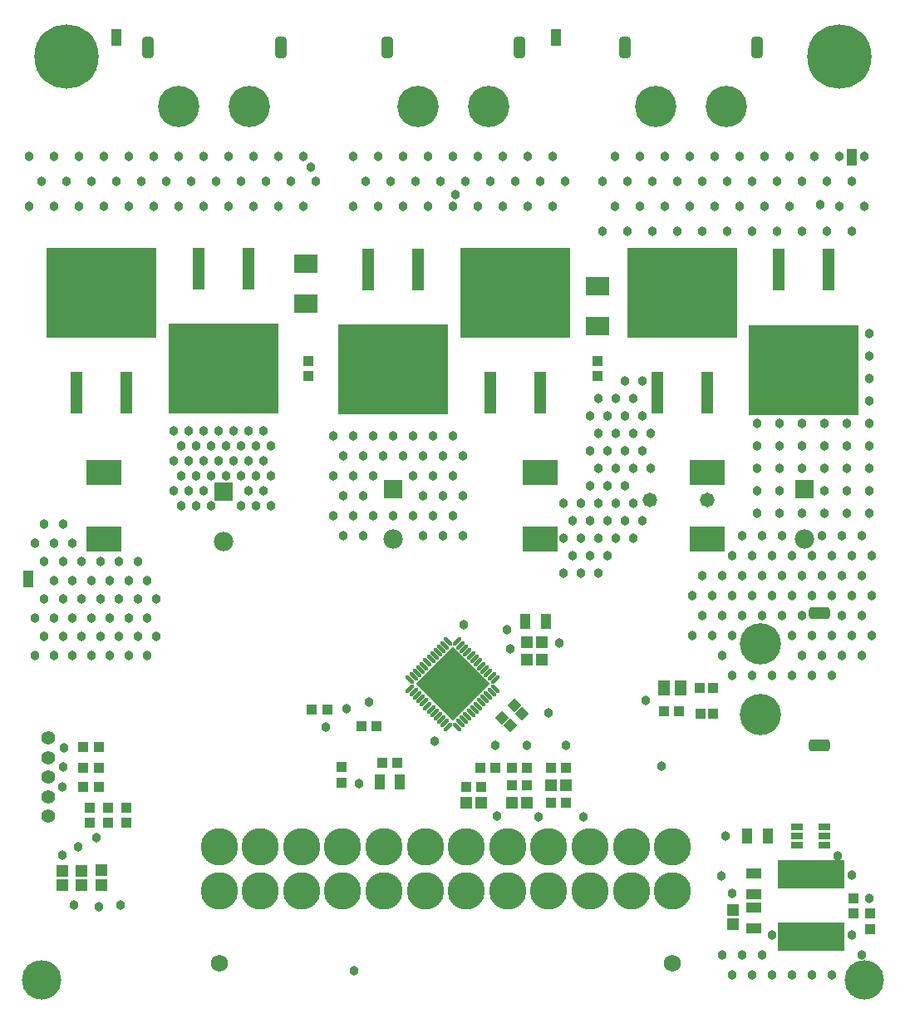
<source format=gbr>
%TF.GenerationSoftware,Altium Limited,Altium Designer,19.0.10 (269)*%
G04 Layer_Color=8388736*
%FSLAX26Y26*%
%MOIN*%
%TF.FileFunction,Soldermask,Top*%
%TF.Part,Single*%
G01*
G75*
%TA.AperFunction,ComponentPad*%
%ADD63C,0.055244*%
%TA.AperFunction,ViaPad*%
%ADD64C,0.158000*%
%ADD65C,0.258000*%
%TA.AperFunction,ComponentPad*%
G04:AMPARAMS|DCode=66|XSize=47.37mil|YSize=86.74mil|CornerRadius=13.842mil|HoleSize=0mil|Usage=FLASHONLY|Rotation=0.000|XOffset=0mil|YOffset=0mil|HoleType=Round|Shape=RoundedRectangle|*
%AMROUNDEDRECTD66*
21,1,0.047370,0.059055,0,0,0.0*
21,1,0.019685,0.086740,0,0,0.0*
1,1,0.027685,0.009843,-0.029528*
1,1,0.027685,-0.009843,-0.029528*
1,1,0.027685,-0.009843,0.029528*
1,1,0.027685,0.009843,0.029528*
%
%ADD66ROUNDEDRECTD66*%
%ADD67C,0.165480*%
%ADD68C,0.078000*%
%ADD69R,0.078000X0.078000*%
G04:AMPARAMS|DCode=70|XSize=47.37mil|YSize=86.74mil|CornerRadius=13.842mil|HoleSize=0mil|Usage=FLASHONLY|Rotation=270.000|XOffset=0mil|YOffset=0mil|HoleType=Round|Shape=RoundedRectangle|*
%AMROUNDEDRECTD70*
21,1,0.047370,0.059055,0,0,270.0*
21,1,0.019685,0.086740,0,0,270.0*
1,1,0.027685,-0.029528,-0.009843*
1,1,0.027685,-0.029528,0.009843*
1,1,0.027685,0.029528,0.009843*
1,1,0.027685,0.029528,-0.009843*
%
%ADD70ROUNDEDRECTD70*%
%ADD71C,0.149732*%
%ADD72C,0.068000*%
%TA.AperFunction,ViaPad*%
%ADD73C,0.038000*%
%ADD74C,0.027685*%
%ADD75C,0.058000*%
%TA.AperFunction,SMDPad,CuDef*%
G04:AMPARAMS|DCode=80|XSize=41.465mil|YSize=39.496mil|CornerRadius=0mil|HoleSize=0mil|Usage=FLASHONLY|Rotation=225.000|XOffset=0mil|YOffset=0mil|HoleType=Round|Shape=Rectangle|*
%AMROTATEDRECTD80*
4,1,4,0.000696,0.028624,0.028624,0.000696,-0.000696,-0.028624,-0.028624,-0.000696,0.000696,0.028624,0.0*
%
%ADD80ROTATEDRECTD80*%

%ADD81R,0.093000X0.078000*%
%ADD82R,0.041465X0.043433*%
%ADD83R,0.039496X0.070992*%
%ADD84R,0.443039X0.358394*%
%ADD85R,0.049339X0.165480*%
%ADD86R,0.043433X0.041465*%
%ADD87R,0.143827X0.100520*%
%ADD88R,0.268630X0.115087*%
%ADD89R,0.047370X0.031622*%
%ADD90R,0.039496X0.063118*%
%ADD91R,0.063118X0.039496*%
%ADD92R,0.047370X0.047370*%
%ADD93R,0.039496X0.041465*%
%ADD94R,0.049339X0.061150*%
%ADD95R,0.047370X0.047370*%
%ADD96P,0.298054X4X270.0*%
G04:AMPARAMS|DCode=97|XSize=17.843mil|YSize=45.402mil|CornerRadius=0mil|HoleSize=0mil|Usage=FLASHONLY|Rotation=225.000|XOffset=0mil|YOffset=0mil|HoleType=Round|Shape=Round|*
%AMOVALD97*
21,1,0.027559,0.017843,0.000000,0.000000,315.0*
1,1,0.017843,-0.009744,0.009744*
1,1,0.017843,0.009744,-0.009744*
%
%ADD97OVALD97*%

G04:AMPARAMS|DCode=98|XSize=17.843mil|YSize=45.402mil|CornerRadius=0mil|HoleSize=0mil|Usage=FLASHONLY|Rotation=315.000|XOffset=0mil|YOffset=0mil|HoleType=Round|Shape=Round|*
%AMOVALD98*
21,1,0.027559,0.017843,0.000000,0.000000,45.0*
1,1,0.017843,-0.009744,-0.009744*
1,1,0.017843,0.009744,0.009744*
%
%ADD98OVALD98*%

D63*
X-1622000Y-1008740D02*
D03*
Y-930000D02*
D03*
Y-1087480D02*
D03*
Y-1166220D02*
D03*
Y-1244961D02*
D03*
D64*
X1650000Y-1900000D02*
D03*
X-1650000D02*
D03*
D65*
X1550000Y1800000D02*
D03*
X-1550000D02*
D03*
D66*
X-690252Y1836220D02*
D03*
X-1221748D02*
D03*
X268248D02*
D03*
X-263248D02*
D03*
X1221748D02*
D03*
X690252D02*
D03*
D67*
X-814268Y1600000D02*
D03*
X-1097732D02*
D03*
X144232D02*
D03*
X-139232D02*
D03*
X1097732D02*
D03*
X814268D02*
D03*
X1233780Y-837480D02*
D03*
Y-554016D02*
D03*
D68*
X-920000Y-141851D02*
D03*
X-240000Y-131851D02*
D03*
X1410000D02*
D03*
D69*
X-920000Y55000D02*
D03*
X-240000Y65000D02*
D03*
X1410000D02*
D03*
D70*
X1470000Y-961496D02*
D03*
Y-430000D02*
D03*
D71*
X882189Y-1545000D02*
D03*
Y-1367835D02*
D03*
X-440646D02*
D03*
Y-1545000D02*
D03*
X-275291Y-1367835D02*
D03*
Y-1545000D02*
D03*
X-109937Y-1367835D02*
D03*
Y-1545000D02*
D03*
X55417Y-1367835D02*
D03*
Y-1545000D02*
D03*
X220772Y-1367835D02*
D03*
Y-1545000D02*
D03*
X386126Y-1367835D02*
D03*
Y-1545000D02*
D03*
X551480Y-1367835D02*
D03*
Y-1545000D02*
D03*
X716835Y-1367835D02*
D03*
Y-1545000D02*
D03*
X-606000Y-1367835D02*
D03*
Y-1545000D02*
D03*
X-771354D02*
D03*
Y-1367835D02*
D03*
X-936709Y-1545000D02*
D03*
Y-1367835D02*
D03*
D72*
Y-1832402D02*
D03*
X882189D02*
D03*
D73*
X386126Y-829000D02*
D03*
X-760000Y300000D02*
D03*
X-730000Y240000D02*
D03*
X-760000Y180000D02*
D03*
X-730000Y120000D02*
D03*
X-760000Y60000D02*
D03*
X-730000Y0D02*
D03*
X-820000Y300000D02*
D03*
X-790000Y240000D02*
D03*
X-820000Y180000D02*
D03*
X-790000Y120000D02*
D03*
X-820000Y60000D02*
D03*
X-790000Y0D02*
D03*
X-880000Y300000D02*
D03*
X-850000Y240000D02*
D03*
X-880000Y180000D02*
D03*
X-850000Y120000D02*
D03*
Y0D02*
D03*
X-940000Y300000D02*
D03*
X-910000Y240000D02*
D03*
X-940000Y180000D02*
D03*
X-910000Y120000D02*
D03*
X-1000000Y300000D02*
D03*
X-970000Y240000D02*
D03*
X-1000000Y180000D02*
D03*
X-970000Y120000D02*
D03*
X-1000000Y60000D02*
D03*
X-970000Y0D02*
D03*
X-1060000Y300000D02*
D03*
X-1030000Y240000D02*
D03*
X-1060000Y180000D02*
D03*
X-1030000Y120000D02*
D03*
X-1060000Y60000D02*
D03*
X-1030000Y0D02*
D03*
X-1120000Y300000D02*
D03*
X-1090000Y240000D02*
D03*
X-1120000Y180000D02*
D03*
X-1090000Y120000D02*
D03*
X-1120000Y60000D02*
D03*
X-1090000Y0D02*
D03*
X-1225000Y-300000D02*
D03*
X-1187500Y-375000D02*
D03*
X-1225000Y-450000D02*
D03*
X-1187500Y-525000D02*
D03*
X-1225000Y-600000D02*
D03*
X-1262500Y-225000D02*
D03*
X-1300000Y-300000D02*
D03*
X-1262500Y-375000D02*
D03*
X-1300000Y-450000D02*
D03*
X-1262500Y-525000D02*
D03*
X-1300000Y-600000D02*
D03*
X-1337500Y-225000D02*
D03*
X-1375000Y-300000D02*
D03*
X-1337500Y-375000D02*
D03*
X-1375000Y-450000D02*
D03*
X-1337500Y-525000D02*
D03*
X-1375000Y-600000D02*
D03*
X-1412500Y-225000D02*
D03*
X-1450000Y-300000D02*
D03*
X-1412500Y-375000D02*
D03*
X-1450000Y-450000D02*
D03*
X-1412500Y-525000D02*
D03*
X-1450000Y-600000D02*
D03*
X-1525000Y-150000D02*
D03*
X-1487500Y-225000D02*
D03*
X-1525000Y-300000D02*
D03*
X-1487500Y-375000D02*
D03*
X-1525000Y-450000D02*
D03*
X-1487500Y-525000D02*
D03*
X-1525000Y-600000D02*
D03*
X-1562500Y-75000D02*
D03*
X-1600000Y-150000D02*
D03*
X-1562500Y-225000D02*
D03*
X-1600000Y-300000D02*
D03*
X-1562500Y-375000D02*
D03*
X-1600000Y-450000D02*
D03*
X-1562500Y-525000D02*
D03*
X-1600000Y-600000D02*
D03*
X-1637500Y-75000D02*
D03*
X-1675000Y-150000D02*
D03*
X-1637500Y-225000D02*
D03*
Y-375000D02*
D03*
X-1675000Y-450000D02*
D03*
X-1637500Y-525000D02*
D03*
X-1675000Y-600000D02*
D03*
X1600000Y-1720000D02*
D03*
X1640000Y-1800000D02*
D03*
X1520000Y-1880000D02*
D03*
X1440000D02*
D03*
X1360000D02*
D03*
X1280000Y-1720000D02*
D03*
Y-1880000D02*
D03*
X1240000Y-1800000D02*
D03*
X1200000Y-1880000D02*
D03*
X1160000Y-1800000D02*
D03*
X1120000Y-1880000D02*
D03*
X1080000Y-1800000D02*
D03*
X1680000Y-200000D02*
D03*
Y-360000D02*
D03*
Y-520000D02*
D03*
X1640000Y-120000D02*
D03*
X1600000Y-200000D02*
D03*
X1640000Y-280000D02*
D03*
X1600000Y-360000D02*
D03*
X1640000Y-440000D02*
D03*
X1600000Y-520000D02*
D03*
X1640000Y-600000D02*
D03*
X1560000Y-120000D02*
D03*
X1520000Y-200000D02*
D03*
X1560000Y-280000D02*
D03*
X1520000Y-360000D02*
D03*
X1560000Y-440000D02*
D03*
X1520000Y-520000D02*
D03*
X1560000Y-600000D02*
D03*
X1520000Y-680000D02*
D03*
X1480000Y-120000D02*
D03*
X1440000Y-200000D02*
D03*
X1480000Y-280000D02*
D03*
X1440000Y-360000D02*
D03*
Y-520000D02*
D03*
X1480000Y-600000D02*
D03*
X1440000Y-680000D02*
D03*
X1360000Y-200000D02*
D03*
X1400000Y-280000D02*
D03*
X1360000Y-360000D02*
D03*
X1400000Y-440000D02*
D03*
X1360000Y-520000D02*
D03*
X1400000Y-600000D02*
D03*
X1360000Y-680000D02*
D03*
X1320000Y-120000D02*
D03*
X1280000Y-200000D02*
D03*
X1320000Y-280000D02*
D03*
X1280000Y-360000D02*
D03*
X1320000Y-440000D02*
D03*
X1280000Y-680000D02*
D03*
X1240000Y-120000D02*
D03*
X1200000Y-200000D02*
D03*
X1240000Y-280000D02*
D03*
X1200000Y-360000D02*
D03*
X1240000Y-440000D02*
D03*
X1200000Y-680000D02*
D03*
X1160000Y-120000D02*
D03*
X1120000Y-200000D02*
D03*
X1160000Y-280000D02*
D03*
X1120000Y-360000D02*
D03*
X1160000Y-440000D02*
D03*
X1120000Y-520000D02*
D03*
Y-680000D02*
D03*
X1080000Y-280000D02*
D03*
X1040000Y-360000D02*
D03*
X1080000Y-440000D02*
D03*
X1040000Y-520000D02*
D03*
X1080000Y-600000D02*
D03*
X1000000Y-280000D02*
D03*
X960000Y-360000D02*
D03*
X1000000Y-440000D02*
D03*
X960000Y-520000D02*
D03*
X760000Y500000D02*
D03*
Y360000D02*
D03*
X795000Y290000D02*
D03*
X760000Y220000D02*
D03*
X795000Y150000D02*
D03*
X760000Y-60000D02*
D03*
X690000Y500000D02*
D03*
X725000Y430000D02*
D03*
X690000Y360000D02*
D03*
X725000Y290000D02*
D03*
X690000Y220000D02*
D03*
X725000Y150000D02*
D03*
X690000Y80000D02*
D03*
X725000Y10000D02*
D03*
X690000Y-60000D02*
D03*
X725000Y-130000D02*
D03*
X655000Y430000D02*
D03*
X620000Y360000D02*
D03*
X655000Y290000D02*
D03*
X620000Y220000D02*
D03*
X655000Y150000D02*
D03*
X620000Y80000D02*
D03*
X655000Y10000D02*
D03*
X620000Y-60000D02*
D03*
X655000Y-130000D02*
D03*
X620000Y-200000D02*
D03*
X585000Y430000D02*
D03*
X550000Y360000D02*
D03*
X585000Y290000D02*
D03*
X550000Y220000D02*
D03*
X585000Y150000D02*
D03*
X550000Y80000D02*
D03*
X585000Y10000D02*
D03*
X550000Y-60000D02*
D03*
X585000Y-130000D02*
D03*
X550000Y-200000D02*
D03*
X585000Y-270000D02*
D03*
X515000Y10000D02*
D03*
X480000Y-60000D02*
D03*
X515000Y-130000D02*
D03*
X480000Y-200000D02*
D03*
X515000Y-270000D02*
D03*
X445000Y10000D02*
D03*
Y-130000D02*
D03*
Y-270000D02*
D03*
X0Y280000D02*
D03*
X40000Y200000D02*
D03*
X0Y120000D02*
D03*
X40000Y40000D02*
D03*
X0Y-40000D02*
D03*
X40000Y-120000D02*
D03*
X-80000Y280000D02*
D03*
X-40000Y200000D02*
D03*
X-80000Y120000D02*
D03*
X-40000Y40000D02*
D03*
X-80000Y-40000D02*
D03*
X-40000Y-120000D02*
D03*
X-160000Y280000D02*
D03*
X-120000Y200000D02*
D03*
X-160000Y120000D02*
D03*
X-120000Y40000D02*
D03*
X-160000Y-40000D02*
D03*
X-120000Y-120000D02*
D03*
X-240000Y280000D02*
D03*
X-200000Y200000D02*
D03*
X-240000Y-40000D02*
D03*
X-320000Y280000D02*
D03*
X-280000Y200000D02*
D03*
X-320000Y120000D02*
D03*
Y-40000D02*
D03*
X-400000Y280000D02*
D03*
X-360000Y200000D02*
D03*
X-400000Y120000D02*
D03*
X-360000Y40000D02*
D03*
X-400000Y-40000D02*
D03*
X-360000Y-120000D02*
D03*
X-480000Y280000D02*
D03*
X-440000Y200000D02*
D03*
X-480000Y120000D02*
D03*
X-440000Y40000D02*
D03*
X-480000Y-40000D02*
D03*
X-440000Y-120000D02*
D03*
X-600000Y1400000D02*
D03*
X-550000Y1300000D02*
D03*
X-600000Y1200000D02*
D03*
X-700000Y1400000D02*
D03*
X-650000Y1300000D02*
D03*
X-700000Y1200000D02*
D03*
X-800000Y1400000D02*
D03*
X-750000Y1300000D02*
D03*
X-800000Y1200000D02*
D03*
X-900000Y1400000D02*
D03*
X-850000Y1300000D02*
D03*
X-900000Y1200000D02*
D03*
X-1000000Y1400000D02*
D03*
X-950000Y1300000D02*
D03*
X-1000000Y1200000D02*
D03*
X-1100000Y1400000D02*
D03*
X-1050000Y1300000D02*
D03*
X-1100000Y1200000D02*
D03*
X-1200000Y1400000D02*
D03*
X-1150000Y1300000D02*
D03*
X-1200000Y1200000D02*
D03*
X-1300000Y1400000D02*
D03*
X-1250000Y1300000D02*
D03*
X-1300000Y1200000D02*
D03*
X-1400000Y1400000D02*
D03*
X-1350000Y1300000D02*
D03*
X-1400000Y1200000D02*
D03*
X-1500000Y1400000D02*
D03*
X-1450000Y1300000D02*
D03*
X-1500000Y1200000D02*
D03*
X-1600000Y1400000D02*
D03*
X-1550000Y1300000D02*
D03*
X-1600000Y1200000D02*
D03*
X-1700000Y1400000D02*
D03*
X-1650000Y1300000D02*
D03*
X-1700000Y1200000D02*
D03*
X400000Y1400000D02*
D03*
X450000Y1300000D02*
D03*
X400000Y1200000D02*
D03*
X300000Y1400000D02*
D03*
X350000Y1300000D02*
D03*
X300000Y1200000D02*
D03*
X200000Y1400000D02*
D03*
X250000Y1300000D02*
D03*
X200000Y1200000D02*
D03*
X100000Y1400000D02*
D03*
X150000Y1300000D02*
D03*
X100000Y1200000D02*
D03*
X0Y1400000D02*
D03*
X50000Y1300000D02*
D03*
X0Y1200000D02*
D03*
X-100000Y1400000D02*
D03*
X-50000Y1300000D02*
D03*
X-100000Y1200000D02*
D03*
X-200000Y1400000D02*
D03*
X-150000Y1300000D02*
D03*
X-200000Y1200000D02*
D03*
X-300000Y1400000D02*
D03*
X-250000Y1300000D02*
D03*
X-300000Y1200000D02*
D03*
X-400000Y1400000D02*
D03*
X-350000Y1300000D02*
D03*
X-400000Y1200000D02*
D03*
X1650000Y1400000D02*
D03*
X1600000Y1300000D02*
D03*
X1650000Y1200000D02*
D03*
X1600000Y1100000D02*
D03*
X1550000Y1400000D02*
D03*
X1500000Y1300000D02*
D03*
X1550000Y1200000D02*
D03*
X1500000Y1100000D02*
D03*
X1450000Y1400000D02*
D03*
X1400000Y1300000D02*
D03*
Y1100000D02*
D03*
X1350000Y1400000D02*
D03*
X1300000Y1300000D02*
D03*
X1350000Y1200000D02*
D03*
X1300000Y1100000D02*
D03*
X1250000Y1400000D02*
D03*
X1200000Y1300000D02*
D03*
X1250000Y1200000D02*
D03*
X1200000Y1100000D02*
D03*
X1150000Y1400000D02*
D03*
X1100000Y1300000D02*
D03*
X1150000Y1200000D02*
D03*
X1100000Y1100000D02*
D03*
X1050000Y1400000D02*
D03*
X1000000Y1300000D02*
D03*
X1050000Y1200000D02*
D03*
X1000000Y1100000D02*
D03*
X950000Y1400000D02*
D03*
X900000Y1300000D02*
D03*
X950000Y1200000D02*
D03*
X900000Y1100000D02*
D03*
X850000Y1400000D02*
D03*
X800000Y1300000D02*
D03*
X850000Y1200000D02*
D03*
X800000Y1100000D02*
D03*
X750000Y1400000D02*
D03*
X700000Y1300000D02*
D03*
X750000Y1200000D02*
D03*
X700000Y1100000D02*
D03*
X650000Y1400000D02*
D03*
X600000Y1300000D02*
D03*
X650000Y1200000D02*
D03*
X600000Y1100000D02*
D03*
X1473000Y1205000D02*
D03*
X1670000Y-1573976D02*
D03*
X-1519000Y-1599000D02*
D03*
X-1420000Y-1607000D02*
D03*
X-1331000Y-1599000D02*
D03*
X523549Y-1246000D02*
D03*
X343000Y-1247000D02*
D03*
X177456Y-1243000D02*
D03*
X11000Y1246000D02*
D03*
X-570000Y1356000D02*
D03*
X172000Y-961496D02*
D03*
X298000D02*
D03*
X454528Y-959000D02*
D03*
X1077000Y-1483000D02*
D03*
X-1429485Y-1330000D02*
D03*
X-1567000Y-1400000D02*
D03*
X-1503550Y-1367835D02*
D03*
X-394000Y-1865000D02*
D03*
X-1564495Y-1128000D02*
D03*
X-1562000Y-1047488D02*
D03*
X-1558024Y-969000D02*
D03*
X775500Y-780465D02*
D03*
X839000Y-1042000D02*
D03*
X1602000Y-1481000D02*
D03*
X1122000Y-1555000D02*
D03*
X1544000Y-1403000D02*
D03*
X1094000Y-1325000D02*
D03*
X-510000Y-887000D02*
D03*
X-425000Y-815000D02*
D03*
X-334000Y-788000D02*
D03*
X-374000Y-1114000D02*
D03*
X-71000Y-943000D02*
D03*
X429000Y-549000D02*
D03*
X230000Y-572000D02*
D03*
X218000Y-497000D02*
D03*
X45000Y-477000D02*
D03*
X1670000Y690000D02*
D03*
Y600000D02*
D03*
Y510000D02*
D03*
Y420000D02*
D03*
Y330000D02*
D03*
Y240000D02*
D03*
Y150000D02*
D03*
Y60000D02*
D03*
Y-30000D02*
D03*
X1580000Y330000D02*
D03*
Y240000D02*
D03*
Y150000D02*
D03*
Y60000D02*
D03*
Y-30000D02*
D03*
X1490000Y330000D02*
D03*
Y240000D02*
D03*
Y150000D02*
D03*
Y60000D02*
D03*
Y-30000D02*
D03*
X1400000Y330000D02*
D03*
Y240000D02*
D03*
Y150000D02*
D03*
Y-30000D02*
D03*
X1310000Y330000D02*
D03*
Y240000D02*
D03*
Y150000D02*
D03*
Y60000D02*
D03*
Y-30000D02*
D03*
X1220000Y330000D02*
D03*
Y240000D02*
D03*
Y150000D02*
D03*
Y60000D02*
D03*
Y-30000D02*
D03*
D74*
X-91868Y-684377D02*
D03*
X0Y-776245D02*
D03*
Y-837491D02*
D03*
X122491Y-715000D02*
D03*
X0Y-592509D02*
D03*
X-91868Y-745623D02*
D03*
X-122491Y-715000D02*
D03*
X30623Y-806868D02*
D03*
X-61245Y-715000D02*
D03*
X-30623Y-745623D02*
D03*
X-61245Y-776245D02*
D03*
X-30623Y-806868D02*
D03*
X-61245Y-653755D02*
D03*
X-30623Y-623132D02*
D03*
Y-684377D02*
D03*
X91868D02*
D03*
Y-745623D02*
D03*
X61245Y-653755D02*
D03*
Y-715000D02*
D03*
X30623Y-623132D02*
D03*
X0Y-653755D02*
D03*
X30623Y-684377D02*
D03*
X0Y-715000D02*
D03*
X30623Y-745623D02*
D03*
X61245Y-776245D02*
D03*
D75*
X1021000Y23000D02*
D03*
X790000Y22000D02*
D03*
D80*
X231095Y-881095D02*
D03*
X198858Y-848858D02*
D03*
X279095Y-832379D02*
D03*
X246858Y-800141D02*
D03*
D81*
X-588000Y971000D02*
D03*
Y811000D02*
D03*
X580000Y880000D02*
D03*
Y720000D02*
D03*
D82*
X-564024Y-817000D02*
D03*
X-503000D02*
D03*
X846488Y-825000D02*
D03*
X907512D02*
D03*
X171512Y-1050000D02*
D03*
X110488D02*
D03*
X53488Y-1125097D02*
D03*
X114511D02*
D03*
X238433Y-1119960D02*
D03*
X299457D02*
D03*
X299456Y-1050000D02*
D03*
X238433D02*
D03*
X394488Y-1190000D02*
D03*
X455512D02*
D03*
X-367024Y-882000D02*
D03*
X-306000D02*
D03*
X-1419488Y-1127000D02*
D03*
X-1480512D02*
D03*
X-1419488Y-1051000D02*
D03*
X-1480512D02*
D03*
X-1419488Y-968000D02*
D03*
X-1480512D02*
D03*
X394488Y-1050000D02*
D03*
X455512D02*
D03*
X-222488Y-1031061D02*
D03*
X-283512D02*
D03*
D83*
X414000Y1878000D02*
D03*
X-1349000D02*
D03*
X1600000Y1395000D02*
D03*
X-1701000Y-293000D02*
D03*
D84*
X-1410000Y853543D02*
D03*
X-920000Y549000D02*
D03*
X-240000Y546457D02*
D03*
X250000Y853543D02*
D03*
X1408000Y544457D02*
D03*
X920000Y853543D02*
D03*
D85*
X-1310000Y451969D02*
D03*
X-1510000D02*
D03*
X-1020000Y950575D02*
D03*
X-820000D02*
D03*
X-340000Y948032D02*
D03*
X-140000D02*
D03*
X350000Y451969D02*
D03*
X150000D02*
D03*
X1308000Y946032D02*
D03*
X1508000D02*
D03*
X1020000Y451969D02*
D03*
X820000D02*
D03*
D86*
X580000Y580512D02*
D03*
Y519488D02*
D03*
X-580000Y580512D02*
D03*
Y519488D02*
D03*
X1609000Y-1573976D02*
D03*
Y-1635000D02*
D03*
X1673000Y-1634488D02*
D03*
Y-1695512D02*
D03*
X-444000Y-1047488D02*
D03*
Y-1108512D02*
D03*
X-1455505Y-1271512D02*
D03*
Y-1210488D02*
D03*
X-1309000Y-1271512D02*
D03*
Y-1210488D02*
D03*
X-1381000Y-1271024D02*
D03*
Y-1210000D02*
D03*
D87*
X1020000Y-131890D02*
D03*
Y131890D02*
D03*
X-1400000D02*
D03*
Y-131890D02*
D03*
X350000Y131890D02*
D03*
Y-131890D02*
D03*
D88*
X1439000Y-1478181D02*
D03*
Y-1725819D02*
D03*
D89*
X1490134Y-1361402D02*
D03*
Y-1324000D02*
D03*
Y-1286599D02*
D03*
X1381866D02*
D03*
Y-1324000D02*
D03*
Y-1361402D02*
D03*
D90*
X1180661Y-1322000D02*
D03*
X1263339D02*
D03*
X291661Y-464000D02*
D03*
X374339D02*
D03*
X-293677Y-1108000D02*
D03*
X-211000D02*
D03*
D91*
X1208000Y-1472661D02*
D03*
Y-1555339D02*
D03*
X1209000Y-1609661D02*
D03*
Y-1692339D02*
D03*
D92*
X1126000Y-1678000D02*
D03*
Y-1618945D02*
D03*
X-1566000Y-1462000D02*
D03*
Y-1521055D02*
D03*
X-1489000Y-1461945D02*
D03*
Y-1521000D02*
D03*
X-1410000Y-1460945D02*
D03*
Y-1520000D02*
D03*
D93*
X1046000Y-832000D02*
D03*
X994819D02*
D03*
X1043591Y-731000D02*
D03*
X992409D02*
D03*
D94*
X915449Y-730000D02*
D03*
X846551D02*
D03*
D95*
X299000Y-546966D02*
D03*
X358055D02*
D03*
X298473Y-618000D02*
D03*
X357528D02*
D03*
X113528Y-1190000D02*
D03*
X54472D02*
D03*
X298473Y-1189960D02*
D03*
X239417D02*
D03*
X454528Y-1120000D02*
D03*
X395473D02*
D03*
D96*
X0Y-715000D02*
D03*
D97*
X170513Y-732399D02*
D03*
X156594Y-746319D02*
D03*
X142674Y-760238D02*
D03*
X128755Y-774158D02*
D03*
X114835Y-788077D02*
D03*
X100916Y-801996D02*
D03*
X86996Y-815916D02*
D03*
X73077Y-829835D02*
D03*
X59158Y-843755D02*
D03*
X45238Y-857674D02*
D03*
X31319Y-871593D02*
D03*
X17399Y-885513D02*
D03*
X-170513Y-697601D02*
D03*
X-156594Y-683681D02*
D03*
X-142674Y-669762D02*
D03*
X-128755Y-655842D02*
D03*
X-114835Y-641923D02*
D03*
X-100916Y-628004D02*
D03*
X-86996Y-614084D02*
D03*
X-73077Y-600165D02*
D03*
X-59157Y-586245D02*
D03*
X-45238Y-572326D02*
D03*
X-31319Y-558406D02*
D03*
X-17399Y-544487D02*
D03*
D98*
X-17399Y-885513D02*
D03*
X-31319Y-871593D02*
D03*
X-45238Y-857674D02*
D03*
X-59157Y-843755D02*
D03*
X-73077Y-829835D02*
D03*
X-86996Y-815916D02*
D03*
X-100916Y-801996D02*
D03*
X-114835Y-788077D02*
D03*
X-128755Y-774158D02*
D03*
X-142674Y-760238D02*
D03*
X-156594Y-746319D02*
D03*
X-170513Y-732399D02*
D03*
X17399Y-544487D02*
D03*
X31319Y-558406D02*
D03*
X45238Y-572326D02*
D03*
X59158Y-586245D02*
D03*
X73077Y-600165D02*
D03*
X86996Y-614084D02*
D03*
X100916Y-628004D02*
D03*
X114835Y-641923D02*
D03*
X128755Y-655842D02*
D03*
X142674Y-669762D02*
D03*
X156594Y-683681D02*
D03*
X170513Y-697601D02*
D03*
%TF.MD5,30a3686995b74a2679551a1d67437ac6*%
M02*

</source>
